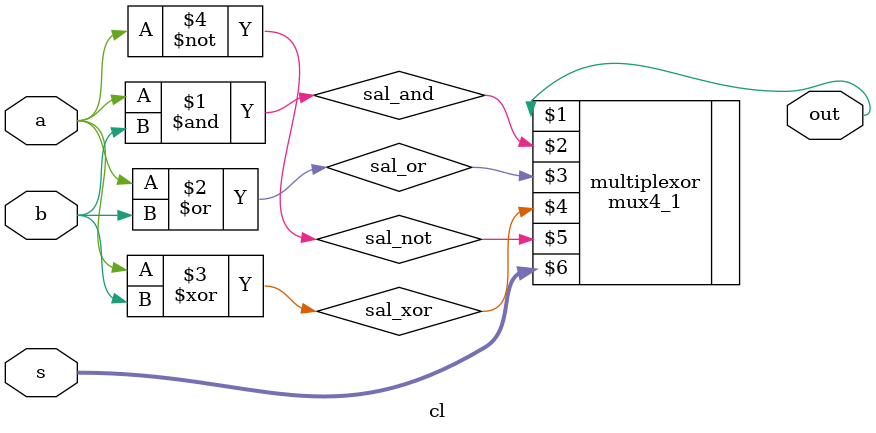
<source format=v>

`include "mux4_1.v"
module cl(output wire out, input wire a, b, input wire [1:0] s);

//definiciones de variables
wire sal_and, sal_or, sal_xor, sal_not;

and and1(sal_and, a, b);
or or1(sal_or, a, b);
xor xor1(sal_xor, a, b);
not not1(sal_not, a);

mux4_1 multiplexor(out, sal_and, sal_or, sal_xor, sal_not, s);

endmodule

</source>
